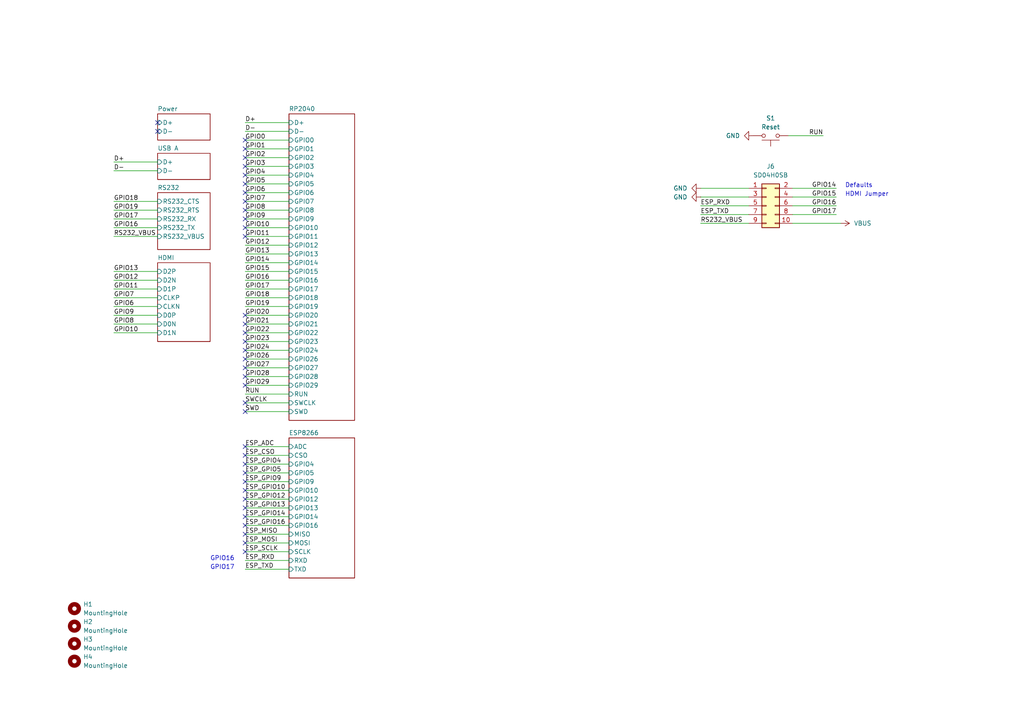
<source format=kicad_sch>
(kicad_sch (version 20250114) (generator "eeschema") (generator_version "9.0")
  (paper "A4")
  (title_block (title "Protea") (date "2025-04-03") (rev "2.04") (company "Mikhail Matveev") (comment 1 "https://github.com/xtremespb/frank"))
  (lib_symbols
    (symbol "Connector_Generic:Conn_02x05_Odd_Even" (pin_names (offset 1.016) (hide yes))
      (property "Reference" "J" (at 1.27 7.62 0))
      (property "Value" "Conn_02x05_Odd_Even" (at 1.27 -7.62 0))
      (symbol "Conn_02x05_Odd_Even_1_1"
        (rectangle (start -1.27 6.35) (end 3.81 -6.35) (stroke (width 0.254)) (fill (type background)))
        (rectangle (start -1.27 5.207) (end 0 4.953) (stroke (width 0.1524)))
        (rectangle (start -1.27 2.667) (end 0 2.413) (stroke (width 0.1524)))
        (rectangle (start -1.27 0.127) (end 0 -0.127) (stroke (width 0.1524)))
        (rectangle (start -1.27 -2.413) (end 0 -2.667) (stroke (width 0.1524)))
        (rectangle (start -1.27 -4.953) (end 0 -5.207) (stroke (width 0.1524)))
        (rectangle (start 3.81 5.207) (end 2.54 4.953) (stroke (width 0.1524)))
        (rectangle (start 3.81 2.667) (end 2.54 2.413) (stroke (width 0.1524)))
        (rectangle (start 3.81 0.127) (end 2.54 -0.127) (stroke (width 0.1524)))
        (rectangle (start 3.81 -2.413) (end 2.54 -2.667) (stroke (width 0.1524)))
        (rectangle (start 3.81 -4.953) (end 2.54 -5.207) (stroke (width 0.1524)))
        (pin passive line (at -5.08 5.08 0) (length 3.81) (name "Pin_1") (number "1"))
        (pin passive line (at -5.08 2.54 0) (length 3.81) (name "Pin_3") (number "3"))
        (pin passive line (at -5.08 0 0) (length 3.81) (name "Pin_5") (number "5"))
        (pin passive line (at -5.08 -2.54 0) (length 3.81) (name "Pin_7") (number "7"))
        (pin passive line (at -5.08 -5.08 0) (length 3.81) (name "Pin_9") (number "9"))
        (pin passive line (at 7.62 5.08 180) (length 3.81) (name "Pin_2") (number "2"))
        (pin passive line (at 7.62 2.54 180) (length 3.81) (name "Pin_4") (number "4"))
        (pin passive line (at 7.62 0 180) (length 3.81) (name "Pin_6") (number "6"))
        (pin passive line (at 7.62 -2.54 180) (length 3.81) (name "Pin_8") (number "8"))
        (pin passive line (at 7.62 -5.08 180) (length 3.81) (name "Pin_10") (number "10"))
      )
    )
    (symbol "GND_1" (power) (pin_numbers (hide yes)) (pin_names (offset 0) (hide yes))
      (property "Value" "GND" (at 0 -3.81 0))
      (symbol "GND_1_0_1"
        (polyline (pts (xy 0 0) (xy 0 -1.27) (xy 1.27 -1.27) (xy 0 -2.54) (xy -1.27 -1.27) (xy 0 -1.27)))
      )
      (symbol "GND_1_1_1"
        (pin power_in line (at 0 0 270) (length 0) (name "~") (number "1"))
      )
    )
    (symbol "Mechanical:MountingHole" (pin_names (offset 1.016)) (exclude_from_sim yes) (in_bom no)
      (property "Reference" "H" (at 0 5.08 0))
      (property "Value" "MountingHole" (at 0 3.175 0))
      (symbol "MountingHole_0_1"
        (circle (center 0 0) (radius 1.27) (stroke (width 1.27)))
      )
    )
    (symbol "Switch:SW_Push" (pin_numbers (hide yes)) (pin_names (offset 1.016) (hide yes))
      (property "Reference" "SW" (at 1.27 2.54 0))
      (property "Value" "SW_Push" (at 0 -1.524 0))
      (symbol "SW_Push_0_1"
        (circle (center -2.032 0) (radius 0.508))
        (polyline (pts (xy 0 1.27) (xy 0 3.048)))
        (circle (center 2.032 0) (radius 0.508))
        (polyline (pts (xy 2.54 1.27) (xy -2.54 1.27)))
        (pin passive line (at -5.08 0 0) (length 2.54) (name "1") (number "1"))
        (pin passive line (at 5.08 0 180) (length 2.54) (name "2") (number "2"))
      )
    )
    (symbol "power:VBUS" (power) (pin_numbers (hide yes)) (pin_names (offset 0) (hide yes))
      (property "Value" "VBUS" (at 0 3.556 0))
      (symbol "VBUS_0_1"
        (polyline (pts (xy -0.762 1.27) (xy 0 2.54)))
        (polyline (pts (xy 0 2.54) (xy 0.762 1.27)))
        (polyline (pts (xy 0 0) (xy 0 2.54)))
      )
      (symbol "VBUS_1_1"
        (pin power_in line (at 0 0 90) (length 0) (name "~") (number "1"))
      )
    )
  )
  (text "GPIO17" (at 60.96 164.592 0) (effects (font (size 1.27 1.27)) (justify left)))
  (text "HDMI Jumper" (at 245.11 56.388 0) (effects (font (size 1.27 1.27)) (justify left)))
  (text "Defaults" (at 245.11 53.848 0) (effects (font (size 1.27 1.27)) (justify left)))
  (text "GPIO16" (at 60.96 162.052 0) (effects (font (size 1.27 1.27)) (justify left)))
  (no_connect (at 71.12 154.94))
  (no_connect (at 71.12 129.54))
  (no_connect (at 71.12 68.58))
  (no_connect (at 71.12 134.62))
  (no_connect (at 71.12 63.5))
  (no_connect (at 71.12 149.86))
  (no_connect (at 71.12 45.72))
  (no_connect (at 71.12 66.04))
  (no_connect (at 71.12 60.96))
  (no_connect (at 71.12 96.52))
  (no_connect (at 71.12 132.08))
  (no_connect (at 71.12 139.7))
  (no_connect (at 71.12 147.32))
  (no_connect (at 71.12 99.06))
  (no_connect (at 71.12 53.34))
  (no_connect (at 71.12 101.6))
  (no_connect (at 71.12 93.98))
  (no_connect (at 71.12 109.22))
  (no_connect (at 71.12 152.4))
  (no_connect (at 71.12 160.02))
  (no_connect (at 71.12 119.38))
  (no_connect (at 71.12 142.24))
  (no_connect (at 71.12 50.8))
  (no_connect (at 71.12 144.78))
  (no_connect (at 71.12 157.48))
  (no_connect (at 71.12 116.84))
  (no_connect (at 45.72 38.1))
  (no_connect (at 71.12 43.18))
  (no_connect (at 71.12 55.88))
  (no_connect (at 71.12 91.44))
  (no_connect (at 45.72 35.56))
  (no_connect (at 71.12 137.16))
  (no_connect (at 71.12 111.76))
  (no_connect (at 71.12 106.68))
  (no_connect (at 71.12 48.26))
  (no_connect (at 71.12 40.64))
  (no_connect (at 71.12 104.14))
  (no_connect (at 71.12 58.42))
  (wire (pts (xy 71.12 93.98) (xy 83.82 93.98)))
  (wire (pts (xy 33.02 66.04) (xy 45.72 66.04)))
  (wire (pts (xy 71.12 104.14) (xy 83.82 104.14)))
  (wire (pts (xy 71.12 71.12) (xy 83.82 71.12)))
  (wire (pts (xy 71.12 83.82) (xy 83.82 83.82)))
  (wire (pts (xy 203.2 62.23) (xy 217.17 62.23)))
  (wire (pts (xy 71.12 132.08) (xy 83.82 132.08)))
  (wire (pts (xy 71.12 116.84) (xy 83.82 116.84)))
  (wire (pts (xy 71.12 45.72) (xy 83.82 45.72)))
  (wire (pts (xy 71.12 68.58) (xy 83.82 68.58)))
  (wire (pts (xy 71.12 53.34) (xy 83.82 53.34)))
  (wire (pts (xy 71.12 101.6) (xy 83.82 101.6)))
  (wire (pts (xy 71.12 35.56) (xy 83.82 35.56)))
  (wire (pts (xy 71.12 91.44) (xy 83.82 91.44)))
  (wire (pts (xy 33.02 96.52) (xy 45.72 96.52)))
  (wire (pts (xy 228.6 39.37) (xy 238.76 39.37)))
  (wire (pts (xy 203.2 59.69) (xy 217.17 59.69)))
  (wire (pts (xy 71.12 137.16) (xy 83.82 137.16)))
  (wire (pts (xy 71.12 50.8) (xy 83.82 50.8)))
  (wire (pts (xy 33.02 91.44) (xy 45.72 91.44)))
  (wire (pts (xy 33.02 81.28) (xy 45.72 81.28)))
  (wire (pts (xy 33.02 78.74) (xy 45.72 78.74)))
  (wire (pts (xy 33.02 86.36) (xy 45.72 86.36)))
  (wire (pts (xy 71.12 38.1) (xy 83.82 38.1)))
  (wire (pts (xy 242.57 62.23) (xy 229.87 62.23)))
  (wire (pts (xy 71.12 129.54) (xy 83.82 129.54)))
  (wire (pts (xy 71.12 142.24) (xy 83.82 142.24)))
  (wire (pts (xy 71.12 152.4) (xy 83.82 152.4)))
  (wire (pts (xy 71.12 48.26) (xy 83.82 48.26)))
  (wire (pts (xy 203.2 64.77) (xy 217.17 64.77)))
  (wire (pts (xy 71.12 86.36) (xy 83.82 86.36)))
  (wire (pts (xy 242.57 59.69) (xy 229.87 59.69)))
  (wire (pts (xy 71.12 43.18) (xy 83.82 43.18)))
  (wire (pts (xy 71.12 134.62) (xy 83.82 134.62)))
  (wire (pts (xy 71.12 144.78) (xy 83.82 144.78)))
  (wire (pts (xy 33.02 83.82) (xy 45.72 83.82)))
  (wire (pts (xy 33.02 93.98) (xy 45.72 93.98)))
  (wire (pts (xy 33.02 68.58) (xy 45.72 68.58)))
  (wire (pts (xy 71.12 60.96) (xy 83.82 60.96)))
  (wire (pts (xy 71.12 96.52) (xy 83.82 96.52)))
  (wire (pts (xy 71.12 154.94) (xy 83.82 154.94)))
  (wire (pts (xy 71.12 78.74) (xy 83.82 78.74)))
  (wire (pts (xy 71.12 81.28) (xy 83.82 81.28)))
  (wire (pts (xy 71.12 149.86) (xy 83.82 149.86)))
  (wire (pts (xy 71.12 63.5) (xy 83.82 63.5)))
  (wire (pts (xy 71.12 88.9) (xy 83.82 88.9)))
  (wire (pts (xy 33.02 60.96) (xy 45.72 60.96)))
  (wire (pts (xy 33.02 58.42) (xy 45.72 58.42)))
  (wire (pts (xy 229.87 57.15) (xy 242.57 57.15)))
  (wire (pts (xy 71.12 147.32) (xy 83.82 147.32)))
  (wire (pts (xy 71.12 114.3) (xy 83.82 114.3)))
  (wire (pts (xy 229.87 54.61) (xy 242.57 54.61)))
  (wire (pts (xy 71.12 162.56) (xy 83.82 162.56)))
  (wire (pts (xy 71.12 119.38) (xy 83.82 119.38)))
  (wire (pts (xy 71.12 111.76) (xy 83.82 111.76)))
  (wire (pts (xy 203.2 57.15) (xy 217.17 57.15)))
  (wire (pts (xy 33.02 88.9) (xy 45.72 88.9)))
  (wire (pts (xy 71.12 55.88) (xy 83.82 55.88)))
  (wire (pts (xy 71.12 157.48) (xy 83.82 157.48)))
  (wire (pts (xy 71.12 139.7) (xy 83.82 139.7)))
  (wire (pts (xy 71.12 99.06) (xy 83.82 99.06)))
  (wire (pts (xy 33.02 63.5) (xy 45.72 63.5)))
  (wire (pts (xy 71.12 58.42) (xy 83.82 58.42)))
  (wire (pts (xy 33.02 49.53) (xy 45.72 49.53)))
  (wire (pts (xy 71.12 66.04) (xy 83.82 66.04)))
  (wire (pts (xy 71.12 73.66) (xy 83.82 73.66)))
  (wire (pts (xy 71.12 40.64) (xy 83.82 40.64)))
  (wire (pts (xy 71.12 76.2) (xy 83.82 76.2)))
  (wire (pts (xy 33.02 46.99) (xy 45.72 46.99)))
  (wire (pts (xy 71.12 109.22) (xy 83.82 109.22)))
  (wire (pts (xy 71.12 106.68) (xy 83.82 106.68)))
  (wire (pts (xy 71.12 160.02) (xy 83.82 160.02)))
  (wire (pts (xy 203.2 54.61) (xy 217.17 54.61)))
  (wire (pts (xy 71.12 165.1) (xy 83.82 165.1)))
  (wire (pts (xy 243.84 64.77) (xy 229.87 64.77)))
  (label "ESP_TXD" (at 203.2 62.23 0))
  (label "ESP_GPIO16" (at 71.12 152.4 0))
  (label "ESP_GPIO5" (at 71.12 137.16 0))
  (label "GPIO12" (at 33.02 81.28 0))
  (label "GPIO27" (at 71.12 106.68 0))
  (label "GPIO1" (at 71.12 43.18 0))
  (label "D+" (at 33.02 46.99 0))
  (label "GPIO20" (at 71.12 91.44 0))
  (label "ESP_GPIO10" (at 71.12 142.24 0))
  (label "GPIO21" (at 71.12 93.98 0))
  (label "GPIO14" (at 71.12 76.2 0))
  (label "GPIO15" (at 71.12 78.74 0))
  (label "GPIO9" (at 71.12 63.5 0))
  (label "GPIO7" (at 33.02 86.36 0))
  (label "GPIO10" (at 71.12 66.04 0))
  (label "ESP_RXD" (at 203.2 59.69 0))
  (label "GPIO18" (at 71.12 86.36 0))
  (label "GPIO22" (at 71.12 96.52 0))
  (label "ESP_GPIO13" (at 71.12 147.32 0))
  (label "RUN" (at 71.12 114.3 0))
  (label "SWCLK" (at 71.12 116.84 0))
  (label "GPIO17" (at 33.02 63.5 0))
  (label "GPIO23" (at 71.12 99.06 0))
  (label "GPIO17" (at 71.12 83.82 0))
  (label "D+" (at 71.12 35.56 0))
  (label "GPIO17" (at 242.57 62.23 180))
  (label "GPIO18" (at 33.02 58.42 0))
  (label "GPIO7" (at 71.12 58.42 0))
  (label "GPIO16" (at 242.57 59.69 180))
  (label "GPIO10" (at 33.02 96.52 0))
  (label "GPIO28" (at 71.12 109.22 0))
  (label "ESP_TXD" (at 71.12 165.1 0))
  (label "ESP_GPIO14" (at 71.12 149.86 0))
  (label "GPIO3" (at 71.12 48.26 0))
  (label "GPIO19" (at 71.12 88.9 0))
  (label "GPIO4" (at 71.12 50.8 0))
  (label "GPIO24" (at 71.12 101.6 0))
  (label "GPIO9" (at 33.02 91.44 0))
  (label "ESP_MISO" (at 71.12 154.94 0))
  (label "GPIO2" (at 71.12 45.72 0))
  (label "GPIO29" (at 71.12 111.76 0))
  (label "ESP_CSO" (at 71.12 132.08 0))
  (label "GPIO16" (at 33.02 66.04 0))
  (label "GPIO8" (at 33.02 93.98 0))
  (label "GPIO16" (at 71.12 81.28 0))
  (label "GPIO12" (at 71.12 71.12 0))
  (label "GPIO14" (at 242.57 54.61 180))
  (label "GPIO6" (at 33.02 88.9 0))
  (label "GPIO11" (at 33.02 83.82 0))
  (label "ESP_GPIO4" (at 71.12 134.62 0))
  (label "GPIO26" (at 71.12 104.14 0))
  (label "GPIO5" (at 71.12 53.34 0))
  (label "GPIO19" (at 33.02 60.96 0))
  (label "ESP_GPIO12" (at 71.12 144.78 0))
  (label "RS232_VBUS" (at 203.2 64.77 0))
  (label "GPIO8" (at 71.12 60.96 0))
  (label "ESP_SCLK" (at 71.12 160.02 0))
  (label "RUN" (at 238.76 39.37 180))
  (label "RS232_VBUS" (at 33.02 68.58 0))
  (label "ESP_ADC" (at 71.12 129.54 0))
  (label "ESP_RXD" (at 71.12 162.56 0))
  (label "GPIO11" (at 71.12 68.58 0))
  (label "GPIO13" (at 33.02 78.74 0))
  (label "GPIO13" (at 71.12 73.66 0))
  (label "GPIO15" (at 242.57 57.15 180))
  (label "D-" (at 71.12 38.1 0))
  (label "GPIO6" (at 71.12 55.88 0))
  (label "ESP_GPIO9" (at 71.12 139.7 0))
  (label "D-" (at 33.02 49.53 0))
  (label "SWD" (at 71.12 119.38 0))
  (label "ESP_MOSI" (at 71.12 157.48 0))
  (label "GPIO0" (at 71.12 40.64 0))
  (symbol (lib_id "Connector_Generic:Conn_02x05_Odd_Even") (at 222.25 59.69 0) (unit 1)
    (property "Reference" "J6" (at 223.52 48.26 0))
    (property "Value" "SD04H0SB" (at 223.52 50.8 0))
    (property "Footprint" "FRANK:DIP Switch (5x5)" (effects (hide yes)))
    (property "Datasheet" "https://www.aliexpress.com/item/1005006144087226.html" (effects (hide yes)))
    (property "Description" "Generic connector, double row, 02x05, odd/even pin numbering scheme (row 1 odd numbers, row 2 even numbers), script generated (kicad-library-utils/schlib/autogen/connector/)" (effects (hide yes)))
    (property "AliExpress" "https://www.ckswitches.com/media/1324/sd.pdf" (effects (hide yes)))
  )
  (symbol (lib_name "GND_1") (lib_id "power:GND") (at 218.44 39.37 270) (unit 1)
    (property "Reference" "#PWR01" (effects (hide yes)))
    (property "Value" "GND" (at 214.63 39.3699 90) (effects (justify right)))
    (property "Description" "Power symbol creates a global label with name \"GND\" , ground" (effects (hide yes)))
  )
  (symbol (lib_name "GND_1") (lib_id "power:GND") (at 203.2 54.61 270) (unit 1)
    (property "Reference" "#PWR054" (effects (hide yes)))
    (property "Value" "GND" (at 199.39 54.6099 90) (effects (justify right)))
    (property "Description" "Power symbol creates a global label with name \"GND\" , ground" (effects (hide yes)))
  )
  (symbol (lib_id "Switch:SW_Push") (at 223.52 39.37 180) (unit 1)
    (property "Reference" "S1" (at 223.52 34.29 0))
    (property "Value" "Reset" (at 223.52 36.83 0))
    (property "Footprint" "FRANK:Button (SMD, 3x3mm, 1-1)" (effects (hide yes)))
    (property "Datasheet" "https://parts4laptops.eu/en/microbuttons/3300-microbutton-tact-switch-ts-1233-33x33x15mm-smt-mounting.html" (effects (hide yes)))
    (property "AliExpress" "https://www.aliexpress.com/item/1005007359248990.html" (effects (hide yes)))
  )
  (symbol (lib_id "Mechanical:MountingHole") (at 21.59 186.69 0) (unit 1) (exclude_from_sim yes) (in_bom no)
    (property "Reference" "H3" (at 24.13 185.4199 0) (effects (justify left)))
    (property "Value" "MountingHole" (at 24.13 187.9599 0) (effects (justify left)))
    (property "Footprint" "FRANK:Mounting Hole (2.7mm)" (effects (hide yes)))
    (property "Description" "Mounting Hole without connection" (effects (hide yes)))
  )
  (symbol (lib_id "Mechanical:MountingHole") (at 21.59 181.61 0) (unit 1) (exclude_from_sim yes) (in_bom no)
    (property "Reference" "H2" (at 24.13 180.3399 0) (effects (justify left)))
    (property "Value" "MountingHole" (at 24.13 182.8799 0) (effects (justify left)))
    (property "Footprint" "FRANK:Mounting Hole (2.7mm)" (effects (hide yes)))
    (property "Description" "Mounting Hole without connection" (effects (hide yes)))
  )
  (symbol (lib_id "Mechanical:MountingHole") (at 21.59 191.77 0) (unit 1) (exclude_from_sim yes) (in_bom no)
    (property "Reference" "H4" (at 24.13 190.4999 0) (effects (justify left)))
    (property "Value" "MountingHole" (at 24.13 193.0399 0) (effects (justify left)))
    (property "Footprint" "FRANK:Mounting Hole (2.7mm)" (effects (hide yes)))
    (property "Description" "Mounting Hole without connection" (effects (hide yes)))
  )
  (symbol (lib_id "Mechanical:MountingHole") (at 21.59 176.53 0) (unit 1) (exclude_from_sim yes) (in_bom no)
    (property "Reference" "H1" (at 24.13 175.2599 0) (effects (justify left)))
    (property "Value" "MountingHole" (at 24.13 177.7999 0) (effects (justify left)))
    (property "Footprint" "FRANK:Mounting Hole (2.7mm)" (effects (hide yes)))
    (property "Description" "Mounting Hole without connection" (effects (hide yes)))
  )
  (symbol (lib_name "GND_1") (lib_id "power:GND") (at 203.2 57.15 270) (unit 1)
    (property "Reference" "#PWR053" (effects (hide yes)))
    (property "Value" "GND" (at 199.39 57.1499 90) (effects (justify right)))
    (property "Description" "Power symbol creates a global label with name \"GND\" , ground" (effects (hide yes)))
  )
  (symbol (lib_id "power:VBUS") (at 243.84 64.77 270) (unit 1)
    (property "Reference" "#PWR02" (effects (hide yes)))
    (property "Value" "VBUS" (at 247.65 64.7699 90) (effects (justify left)))
    (property "Description" "Power symbol creates a global label with name \"VBUS\"" (effects (hide yes)))
  )
  (sheet (at 45.72 76.2) (size 15.24 22.86) (stroke (width 0.1524))
    (property "Sheetname" "HDMI" (at 45.72 75.4884 0) (effects (justify left bottom)))
    (property "Sheetfile" "hdmi.kicad_sch" (effects (hide yes)))
    (pin "D2P" input (at 45.72 78.74 180))
    (pin "D2N" input (at 45.72 81.28 180))
    (pin "D1P" input (at 45.72 83.82 180))
    (pin "CLKP" input (at 45.72 86.36 180))
    (pin "CLKN" input (at 45.72 88.9 180))
    (pin "D0P" input (at 45.72 91.44 180))
    (pin "D0N" input (at 45.72 93.98 180))
    (pin "D1N" input (at 45.72 96.52 180))
  )
  (sheet (at 83.82 33.02) (size 19.05 88.9) (stroke (width 0.1524))
    (property "Sheetname" "RP2040" (at 83.82 32.3084 0) (effects (justify left bottom)))
    (property "Sheetfile" "rp2040.kicad_sch" (effects (hide yes)))
    (pin "D+" input (at 83.82 35.56 180))
    (pin "D-" input (at 83.82 38.1 180))
    (pin "GPIO0" input (at 83.82 40.64 180))
    (pin "GPIO1" input (at 83.82 43.18 180))
    (pin "GPIO2" input (at 83.82 45.72 180))
    (pin "GPIO3" input (at 83.82 48.26 180))
    (pin "GPIO4" input (at 83.82 50.8 180))
    (pin "GPIO5" input (at 83.82 53.34 180))
    (pin "GPIO6" input (at 83.82 55.88 180))
    (pin "GPIO7" input (at 83.82 58.42 180))
    (pin "GPIO8" input (at 83.82 60.96 180))
    (pin "GPIO9" input (at 83.82 63.5 180))
    (pin "GPIO10" input (at 83.82 66.04 180))
    (pin "GPIO11" input (at 83.82 68.58 180))
    (pin "GPIO12" input (at 83.82 71.12 180))
    (pin "GPIO13" input (at 83.82 73.66 180))
    (pin "GPIO14" input (at 83.82 76.2 180))
    (pin "GPIO15" input (at 83.82 78.74 180))
    (pin "GPIO16" input (at 83.82 81.28 180))
    (pin "GPIO17" input (at 83.82 83.82 180))
    (pin "GPIO18" input (at 83.82 86.36 180))
    (pin "GPIO19" input (at 83.82 88.9 180))
    (pin "GPIO20" input (at 83.82 91.44 180))
    (pin "GPIO21" input (at 83.82 93.98 180))
    (pin "GPIO22" input (at 83.82 96.52 180))
    (pin "GPIO23" input (at 83.82 99.06 180))
    (pin "GPIO24" input (at 83.82 101.6 180))
    (pin "GPIO26" input (at 83.82 104.14 180))
    (pin "GPIO27" input (at 83.82 106.68 180))
    (pin "GPIO28" input (at 83.82 109.22 180))
    (pin "GPIO29" input (at 83.82 111.76 180))
    (pin "RUN" input (at 83.82 114.3 180))
    (pin "SWCLK" input (at 83.82 116.84 180))
    (pin "SWD" input (at 83.82 119.38 180))
  )
  (sheet (at 45.72 55.88) (size 15.24 16.51) (stroke (width 0.1524))
    (property "Sheetname" "RS232" (at 45.72 55.1684 0) (effects (justify left bottom)))
    (property "Sheetfile" "rs232.kicad_sch" (effects (hide yes)))
    (pin "RS232_CTS" input (at 45.72 58.42 180))
    (pin "RS232_RTS" input (at 45.72 60.96 180))
    (pin "RS232_RX" input (at 45.72 63.5 180))
    (pin "RS232_TX" input (at 45.72 66.04 180))
    (pin "RS232_VBUS" input (at 45.72 68.58 180))
  )
  (sheet (at 45.72 33.02) (size 15.24 7.62) (stroke (width 0.1524))
    (property "Sheetname" "Power" (at 45.72 32.3084 0) (effects (justify left bottom)))
    (property "Sheetfile" "power.kicad_sch" (effects (hide yes)))
    (pin "D+" input (at 45.72 35.56 180))
    (pin "D-" input (at 45.72 38.1 180))
  )
  (sheet (at 83.82 127) (size 19.05 40.64) (stroke (width 0.1524))
    (property "Sheetname" "ESP8266" (at 83.82 126.2884 0) (effects (justify left bottom)))
    (property "Sheetfile" "esp8266.kicad_sch" (effects (hide yes)))
    (pin "ADC" input (at 83.82 129.54 180))
    (pin "CSO" input (at 83.82 132.08 180))
    (pin "GPIO4" input (at 83.82 134.62 180))
    (pin "GPIO5" input (at 83.82 137.16 180))
    (pin "GPIO9" input (at 83.82 139.7 180))
    (pin "GPIO10" input (at 83.82 142.24 180))
    (pin "GPIO12" input (at 83.82 144.78 180))
    (pin "GPIO13" input (at 83.82 147.32 180))
    (pin "GPIO14" input (at 83.82 149.86 180))
    (pin "GPIO16" input (at 83.82 152.4 180))
    (pin "MISO" input (at 83.82 154.94 180))
    (pin "MOSI" input (at 83.82 157.48 180))
    (pin "SCLK" input (at 83.82 160.02 180))
    (pin "RXD" input (at 83.82 162.56 180))
    (pin "TXD" input (at 83.82 165.1 180))
  )
  (sheet (at 45.72 44.45) (size 15.24 7.62) (stroke (width 0.1524))
    (property "Sheetname" "USB A" (at 45.72 43.7384 0) (effects (justify left bottom)))
    (property "Sheetfile" "usba.kicad_sch" (effects (hide yes)))
    (pin "D+" input (at 45.72 46.99 180))
    (pin "D-" input (at 45.72 49.53 180))
  )
)
</source>
